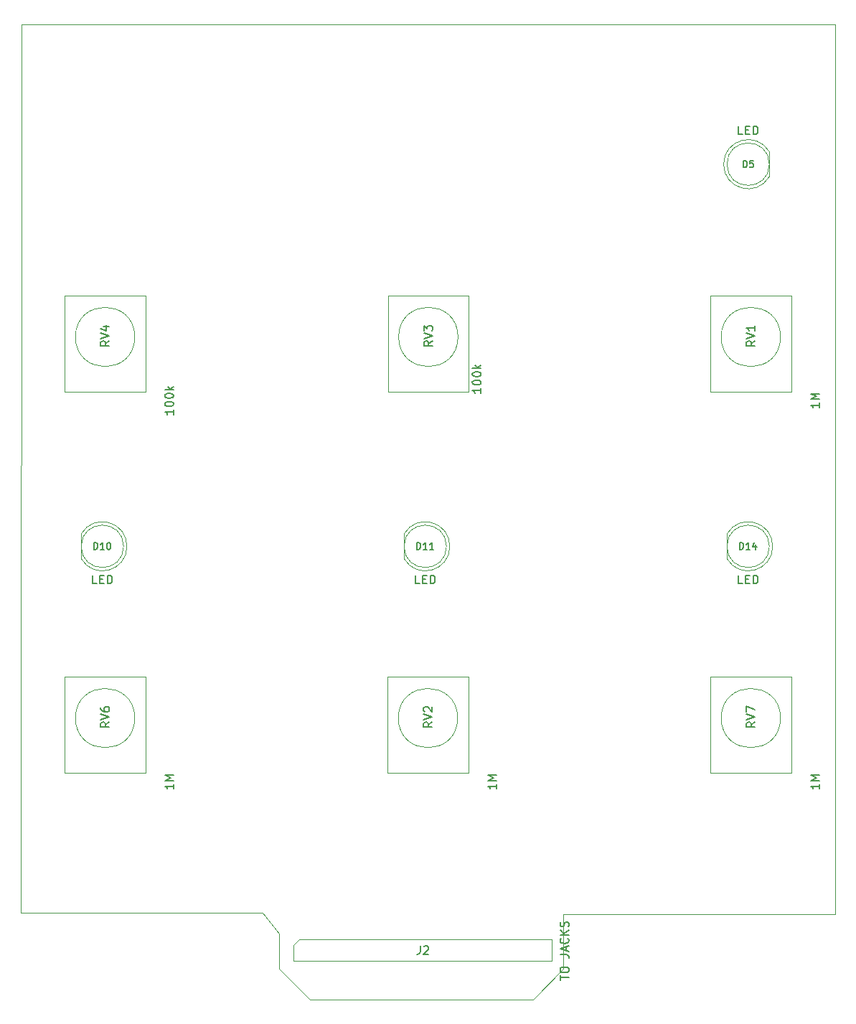
<source format=gbr>
%TF.GenerationSoftware,KiCad,Pcbnew,(5.1.9)-1*%
%TF.CreationDate,2021-09-12T20:22:20+01:00*%
%TF.ProjectId,KOSMOS LFO6,4b4f534d-4f53-4204-9c46-4f362e6b6963,rev?*%
%TF.SameCoordinates,Original*%
%TF.FileFunction,Other,Fab,Top*%
%FSLAX46Y46*%
G04 Gerber Fmt 4.6, Leading zero omitted, Abs format (unit mm)*
G04 Created by KiCad (PCBNEW (5.1.9)-1) date 2021-09-12 20:22:20*
%MOMM*%
%LPD*%
G01*
G04 APERTURE LIST*
%TA.AperFunction,Profile*%
%ADD10C,0.050000*%
%TD*%
%ADD11C,0.100000*%
%ADD12C,0.150000*%
%ADD13C,0.200000*%
G04 APERTURE END LIST*
D10*
X50368000Y-127195000D02*
X48463000Y-124782000D01*
X83896000Y-131386000D02*
X80340000Y-135000000D01*
X83896000Y-124909000D02*
X83896000Y-131386000D01*
X116027000Y-124909000D02*
X83896000Y-124909000D01*
X50368000Y-131386000D02*
X54051000Y-135000000D01*
X50368000Y-127195000D02*
X50368000Y-131386000D01*
X19888000Y-124782000D02*
X48463000Y-124782000D01*
X54051000Y-135000000D02*
X80340000Y-135000000D01*
X20000000Y-20000000D02*
X116000000Y-20000000D01*
X116000000Y-20000000D02*
X116027000Y-124909000D01*
X20000000Y-20000000D02*
X19888000Y-124782000D01*
D11*
%TO.C,RV3*%
X71500000Y-56835000D02*
G75*
G03*
X71500000Y-56835000I-3500000J0D01*
G01*
X72750000Y-63335000D02*
X63250000Y-63335000D01*
X72750000Y-51985000D02*
X63250000Y-51985000D01*
X63250000Y-63335000D02*
X63250000Y-51985000D01*
X72750000Y-63335000D02*
X72750000Y-51985000D01*
%TO.C,RV4*%
X33360000Y-56835000D02*
G75*
G03*
X33360000Y-56835000I-3500000J0D01*
G01*
X34610000Y-63335000D02*
X25110000Y-63335000D01*
X34610000Y-51985000D02*
X25110000Y-51985000D01*
X25110000Y-63335000D02*
X25110000Y-51985000D01*
X34610000Y-63335000D02*
X34610000Y-51985000D01*
%TO.C,D5*%
X108240000Y-36455000D02*
G75*
G03*
X108240000Y-36455000I-2500000J0D01*
G01*
X108240000Y-37924694D02*
X108240000Y-34985306D01*
X108240016Y-34985334D02*
G75*
G03*
X108240000Y-37924694I-2500016J-1469666D01*
G01*
%TO.C,D10*%
X27040000Y-80070306D02*
X27040000Y-83009694D01*
X32040000Y-81540000D02*
G75*
G03*
X32040000Y-81540000I-2500000J0D01*
G01*
X27039984Y-83009666D02*
G75*
G03*
X27040000Y-80070306I2500016J1469666D01*
G01*
%TO.C,D11*%
X70140000Y-81540000D02*
G75*
G03*
X70140000Y-81540000I-2500000J0D01*
G01*
X65140000Y-80070306D02*
X65140000Y-83009694D01*
X65139984Y-83009666D02*
G75*
G03*
X65140000Y-80070306I2500016J1469666D01*
G01*
%TO.C,D14*%
X103240000Y-80070306D02*
X103240000Y-83009694D01*
X108240000Y-81540000D02*
G75*
G03*
X108240000Y-81540000I-2500000J0D01*
G01*
X103239984Y-83009666D02*
G75*
G03*
X103240000Y-80070306I2500016J1469666D01*
G01*
%TO.C,J2*%
X82605000Y-130490000D02*
X52125000Y-130490000D01*
X82605000Y-127950000D02*
X82605000Y-130490000D01*
X52760000Y-127950000D02*
X82605000Y-127950000D01*
X52125000Y-128585000D02*
X52760000Y-127950000D01*
X52125000Y-130490000D02*
X52125000Y-128585000D01*
%TO.C,RV1*%
X109560000Y-56835000D02*
G75*
G03*
X109560000Y-56835000I-3500000J0D01*
G01*
X110810000Y-63335000D02*
X101310000Y-63335000D01*
X110810000Y-51985000D02*
X101310000Y-51985000D01*
X101310000Y-63335000D02*
X101310000Y-51985000D01*
X110810000Y-63335000D02*
X110810000Y-51985000D01*
%TO.C,RV2*%
X71460000Y-101805000D02*
G75*
G03*
X71460000Y-101805000I-3500000J0D01*
G01*
X72710000Y-108305000D02*
X63210000Y-108305000D01*
X72710000Y-96955000D02*
X63210000Y-96955000D01*
X63210000Y-108305000D02*
X63210000Y-96955000D01*
X72710000Y-108305000D02*
X72710000Y-96955000D01*
%TO.C,RV6*%
X34610000Y-108305000D02*
X34610000Y-96955000D01*
X25110000Y-108305000D02*
X25110000Y-96955000D01*
X34610000Y-96955000D02*
X25110000Y-96955000D01*
X34610000Y-108305000D02*
X25110000Y-108305000D01*
X33360000Y-101805000D02*
G75*
G03*
X33360000Y-101805000I-3500000J0D01*
G01*
%TO.C,RV7*%
X110810000Y-108305000D02*
X110810000Y-96955000D01*
X101310000Y-108305000D02*
X101310000Y-96955000D01*
X110810000Y-96955000D02*
X101310000Y-96955000D01*
X110810000Y-108305000D02*
X101310000Y-108305000D01*
X109560000Y-101805000D02*
G75*
G03*
X109560000Y-101805000I-3500000J0D01*
G01*
%TD*%
%TO.C,RV3*%
D12*
X74207380Y-62866428D02*
X74207380Y-63437857D01*
X74207380Y-63152142D02*
X73207380Y-63152142D01*
X73350238Y-63247380D01*
X73445476Y-63342619D01*
X73493095Y-63437857D01*
X73207380Y-62247380D02*
X73207380Y-62152142D01*
X73255000Y-62056904D01*
X73302619Y-62009285D01*
X73397857Y-61961666D01*
X73588333Y-61914047D01*
X73826428Y-61914047D01*
X74016904Y-61961666D01*
X74112142Y-62009285D01*
X74159761Y-62056904D01*
X74207380Y-62152142D01*
X74207380Y-62247380D01*
X74159761Y-62342619D01*
X74112142Y-62390238D01*
X74016904Y-62437857D01*
X73826428Y-62485476D01*
X73588333Y-62485476D01*
X73397857Y-62437857D01*
X73302619Y-62390238D01*
X73255000Y-62342619D01*
X73207380Y-62247380D01*
X73207380Y-61295000D02*
X73207380Y-61199761D01*
X73255000Y-61104523D01*
X73302619Y-61056904D01*
X73397857Y-61009285D01*
X73588333Y-60961666D01*
X73826428Y-60961666D01*
X74016904Y-61009285D01*
X74112142Y-61056904D01*
X74159761Y-61104523D01*
X74207380Y-61199761D01*
X74207380Y-61295000D01*
X74159761Y-61390238D01*
X74112142Y-61437857D01*
X74016904Y-61485476D01*
X73826428Y-61533095D01*
X73588333Y-61533095D01*
X73397857Y-61485476D01*
X73302619Y-61437857D01*
X73255000Y-61390238D01*
X73207380Y-61295000D01*
X74207380Y-60533095D02*
X73207380Y-60533095D01*
X73826428Y-60437857D02*
X74207380Y-60152142D01*
X73540714Y-60152142D02*
X73921666Y-60533095D01*
X68492380Y-57310238D02*
X68016190Y-57643571D01*
X68492380Y-57881666D02*
X67492380Y-57881666D01*
X67492380Y-57500714D01*
X67540000Y-57405476D01*
X67587619Y-57357857D01*
X67682857Y-57310238D01*
X67825714Y-57310238D01*
X67920952Y-57357857D01*
X67968571Y-57405476D01*
X68016190Y-57500714D01*
X68016190Y-57881666D01*
X67492380Y-57024523D02*
X68492380Y-56691190D01*
X67492380Y-56357857D01*
X67492380Y-56119761D02*
X67492380Y-55500714D01*
X67873333Y-55834047D01*
X67873333Y-55691190D01*
X67920952Y-55595952D01*
X67968571Y-55548333D01*
X68063809Y-55500714D01*
X68301904Y-55500714D01*
X68397142Y-55548333D01*
X68444761Y-55595952D01*
X68492380Y-55691190D01*
X68492380Y-55976904D01*
X68444761Y-56072142D01*
X68397142Y-56119761D01*
%TO.C,RV4*%
X37922380Y-65406428D02*
X37922380Y-65977857D01*
X37922380Y-65692142D02*
X36922380Y-65692142D01*
X37065238Y-65787380D01*
X37160476Y-65882619D01*
X37208095Y-65977857D01*
X36922380Y-64787380D02*
X36922380Y-64692142D01*
X36970000Y-64596904D01*
X37017619Y-64549285D01*
X37112857Y-64501666D01*
X37303333Y-64454047D01*
X37541428Y-64454047D01*
X37731904Y-64501666D01*
X37827142Y-64549285D01*
X37874761Y-64596904D01*
X37922380Y-64692142D01*
X37922380Y-64787380D01*
X37874761Y-64882619D01*
X37827142Y-64930238D01*
X37731904Y-64977857D01*
X37541428Y-65025476D01*
X37303333Y-65025476D01*
X37112857Y-64977857D01*
X37017619Y-64930238D01*
X36970000Y-64882619D01*
X36922380Y-64787380D01*
X36922380Y-63835000D02*
X36922380Y-63739761D01*
X36970000Y-63644523D01*
X37017619Y-63596904D01*
X37112857Y-63549285D01*
X37303333Y-63501666D01*
X37541428Y-63501666D01*
X37731904Y-63549285D01*
X37827142Y-63596904D01*
X37874761Y-63644523D01*
X37922380Y-63739761D01*
X37922380Y-63835000D01*
X37874761Y-63930238D01*
X37827142Y-63977857D01*
X37731904Y-64025476D01*
X37541428Y-64073095D01*
X37303333Y-64073095D01*
X37112857Y-64025476D01*
X37017619Y-63977857D01*
X36970000Y-63930238D01*
X36922380Y-63835000D01*
X37922380Y-63073095D02*
X36922380Y-63073095D01*
X37541428Y-62977857D02*
X37922380Y-62692142D01*
X37255714Y-62692142D02*
X37636666Y-63073095D01*
X30352380Y-57310238D02*
X29876190Y-57643571D01*
X30352380Y-57881666D02*
X29352380Y-57881666D01*
X29352380Y-57500714D01*
X29400000Y-57405476D01*
X29447619Y-57357857D01*
X29542857Y-57310238D01*
X29685714Y-57310238D01*
X29780952Y-57357857D01*
X29828571Y-57405476D01*
X29876190Y-57500714D01*
X29876190Y-57881666D01*
X29352380Y-57024523D02*
X30352380Y-56691190D01*
X29352380Y-56357857D01*
X29685714Y-55595952D02*
X30352380Y-55595952D01*
X29304761Y-55834047D02*
X30019047Y-56072142D01*
X30019047Y-55453095D01*
%TO.C,D5*%
X105097142Y-32947380D02*
X104620952Y-32947380D01*
X104620952Y-31947380D01*
X105430476Y-32423571D02*
X105763809Y-32423571D01*
X105906666Y-32947380D02*
X105430476Y-32947380D01*
X105430476Y-31947380D01*
X105906666Y-31947380D01*
X106335238Y-32947380D02*
X106335238Y-31947380D01*
X106573333Y-31947380D01*
X106716190Y-31995000D01*
X106811428Y-32090238D01*
X106859047Y-32185476D01*
X106906666Y-32375952D01*
X106906666Y-32518809D01*
X106859047Y-32709285D01*
X106811428Y-32804523D01*
X106716190Y-32899761D01*
X106573333Y-32947380D01*
X106335238Y-32947380D01*
D13*
X105169523Y-36816904D02*
X105169523Y-36016904D01*
X105360000Y-36016904D01*
X105474285Y-36055000D01*
X105550476Y-36131190D01*
X105588571Y-36207380D01*
X105626666Y-36359761D01*
X105626666Y-36474047D01*
X105588571Y-36626428D01*
X105550476Y-36702619D01*
X105474285Y-36778809D01*
X105360000Y-36816904D01*
X105169523Y-36816904D01*
X106350476Y-36016904D02*
X105969523Y-36016904D01*
X105931428Y-36397857D01*
X105969523Y-36359761D01*
X106045714Y-36321666D01*
X106236190Y-36321666D01*
X106312380Y-36359761D01*
X106350476Y-36397857D01*
X106388571Y-36474047D01*
X106388571Y-36664523D01*
X106350476Y-36740714D01*
X106312380Y-36778809D01*
X106236190Y-36816904D01*
X106045714Y-36816904D01*
X105969523Y-36778809D01*
X105931428Y-36740714D01*
%TO.C,D10*%
D12*
X28897142Y-85952380D02*
X28420952Y-85952380D01*
X28420952Y-84952380D01*
X29230476Y-85428571D02*
X29563809Y-85428571D01*
X29706666Y-85952380D02*
X29230476Y-85952380D01*
X29230476Y-84952380D01*
X29706666Y-84952380D01*
X30135238Y-85952380D02*
X30135238Y-84952380D01*
X30373333Y-84952380D01*
X30516190Y-85000000D01*
X30611428Y-85095238D01*
X30659047Y-85190476D01*
X30706666Y-85380952D01*
X30706666Y-85523809D01*
X30659047Y-85714285D01*
X30611428Y-85809523D01*
X30516190Y-85904761D01*
X30373333Y-85952380D01*
X30135238Y-85952380D01*
D13*
X28548571Y-81901904D02*
X28548571Y-81101904D01*
X28739047Y-81101904D01*
X28853333Y-81140000D01*
X28929523Y-81216190D01*
X28967619Y-81292380D01*
X29005714Y-81444761D01*
X29005714Y-81559047D01*
X28967619Y-81711428D01*
X28929523Y-81787619D01*
X28853333Y-81863809D01*
X28739047Y-81901904D01*
X28548571Y-81901904D01*
X29767619Y-81901904D02*
X29310476Y-81901904D01*
X29539047Y-81901904D02*
X29539047Y-81101904D01*
X29462857Y-81216190D01*
X29386666Y-81292380D01*
X29310476Y-81330476D01*
X30262857Y-81101904D02*
X30339047Y-81101904D01*
X30415238Y-81140000D01*
X30453333Y-81178095D01*
X30491428Y-81254285D01*
X30529523Y-81406666D01*
X30529523Y-81597142D01*
X30491428Y-81749523D01*
X30453333Y-81825714D01*
X30415238Y-81863809D01*
X30339047Y-81901904D01*
X30262857Y-81901904D01*
X30186666Y-81863809D01*
X30148571Y-81825714D01*
X30110476Y-81749523D01*
X30072380Y-81597142D01*
X30072380Y-81406666D01*
X30110476Y-81254285D01*
X30148571Y-81178095D01*
X30186666Y-81140000D01*
X30262857Y-81101904D01*
%TO.C,D11*%
D12*
X66997142Y-85952380D02*
X66520952Y-85952380D01*
X66520952Y-84952380D01*
X67330476Y-85428571D02*
X67663809Y-85428571D01*
X67806666Y-85952380D02*
X67330476Y-85952380D01*
X67330476Y-84952380D01*
X67806666Y-84952380D01*
X68235238Y-85952380D02*
X68235238Y-84952380D01*
X68473333Y-84952380D01*
X68616190Y-85000000D01*
X68711428Y-85095238D01*
X68759047Y-85190476D01*
X68806666Y-85380952D01*
X68806666Y-85523809D01*
X68759047Y-85714285D01*
X68711428Y-85809523D01*
X68616190Y-85904761D01*
X68473333Y-85952380D01*
X68235238Y-85952380D01*
D13*
X66648571Y-81901904D02*
X66648571Y-81101904D01*
X66839047Y-81101904D01*
X66953333Y-81140000D01*
X67029523Y-81216190D01*
X67067619Y-81292380D01*
X67105714Y-81444761D01*
X67105714Y-81559047D01*
X67067619Y-81711428D01*
X67029523Y-81787619D01*
X66953333Y-81863809D01*
X66839047Y-81901904D01*
X66648571Y-81901904D01*
X67867619Y-81901904D02*
X67410476Y-81901904D01*
X67639047Y-81901904D02*
X67639047Y-81101904D01*
X67562857Y-81216190D01*
X67486666Y-81292380D01*
X67410476Y-81330476D01*
X68629523Y-81901904D02*
X68172380Y-81901904D01*
X68400952Y-81901904D02*
X68400952Y-81101904D01*
X68324761Y-81216190D01*
X68248571Y-81292380D01*
X68172380Y-81330476D01*
%TO.C,D14*%
D12*
X105097142Y-85952380D02*
X104620952Y-85952380D01*
X104620952Y-84952380D01*
X105430476Y-85428571D02*
X105763809Y-85428571D01*
X105906666Y-85952380D02*
X105430476Y-85952380D01*
X105430476Y-84952380D01*
X105906666Y-84952380D01*
X106335238Y-85952380D02*
X106335238Y-84952380D01*
X106573333Y-84952380D01*
X106716190Y-85000000D01*
X106811428Y-85095238D01*
X106859047Y-85190476D01*
X106906666Y-85380952D01*
X106906666Y-85523809D01*
X106859047Y-85714285D01*
X106811428Y-85809523D01*
X106716190Y-85904761D01*
X106573333Y-85952380D01*
X106335238Y-85952380D01*
D13*
X104748571Y-81901904D02*
X104748571Y-81101904D01*
X104939047Y-81101904D01*
X105053333Y-81140000D01*
X105129523Y-81216190D01*
X105167619Y-81292380D01*
X105205714Y-81444761D01*
X105205714Y-81559047D01*
X105167619Y-81711428D01*
X105129523Y-81787619D01*
X105053333Y-81863809D01*
X104939047Y-81901904D01*
X104748571Y-81901904D01*
X105967619Y-81901904D02*
X105510476Y-81901904D01*
X105739047Y-81901904D02*
X105739047Y-81101904D01*
X105662857Y-81216190D01*
X105586666Y-81292380D01*
X105510476Y-81330476D01*
X106653333Y-81368571D02*
X106653333Y-81901904D01*
X106462857Y-81063809D02*
X106272380Y-81635238D01*
X106767619Y-81635238D01*
%TO.C,J2*%
D12*
X83557380Y-132696190D02*
X83557380Y-132124761D01*
X84557380Y-132410476D02*
X83557380Y-132410476D01*
X83557380Y-131600952D02*
X83557380Y-131410476D01*
X83605000Y-131315238D01*
X83700238Y-131220000D01*
X83890714Y-131172380D01*
X84224047Y-131172380D01*
X84414523Y-131220000D01*
X84509761Y-131315238D01*
X84557380Y-131410476D01*
X84557380Y-131600952D01*
X84509761Y-131696190D01*
X84414523Y-131791428D01*
X84224047Y-131839047D01*
X83890714Y-131839047D01*
X83700238Y-131791428D01*
X83605000Y-131696190D01*
X83557380Y-131600952D01*
X83557380Y-129696190D02*
X84271666Y-129696190D01*
X84414523Y-129743809D01*
X84509761Y-129839047D01*
X84557380Y-129981904D01*
X84557380Y-130077142D01*
X84271666Y-129267619D02*
X84271666Y-128791428D01*
X84557380Y-129362857D02*
X83557380Y-129029523D01*
X84557380Y-128696190D01*
X84462142Y-127791428D02*
X84509761Y-127839047D01*
X84557380Y-127981904D01*
X84557380Y-128077142D01*
X84509761Y-128220000D01*
X84414523Y-128315238D01*
X84319285Y-128362857D01*
X84128809Y-128410476D01*
X83985952Y-128410476D01*
X83795476Y-128362857D01*
X83700238Y-128315238D01*
X83605000Y-128220000D01*
X83557380Y-128077142D01*
X83557380Y-127981904D01*
X83605000Y-127839047D01*
X83652619Y-127791428D01*
X84557380Y-127362857D02*
X83557380Y-127362857D01*
X84557380Y-126791428D02*
X83985952Y-127220000D01*
X83557380Y-126791428D02*
X84128809Y-127362857D01*
X84509761Y-126410476D02*
X84557380Y-126267619D01*
X84557380Y-126029523D01*
X84509761Y-125934285D01*
X84462142Y-125886666D01*
X84366904Y-125839047D01*
X84271666Y-125839047D01*
X84176428Y-125886666D01*
X84128809Y-125934285D01*
X84081190Y-126029523D01*
X84033571Y-126220000D01*
X83985952Y-126315238D01*
X83938333Y-126362857D01*
X83843095Y-126410476D01*
X83747857Y-126410476D01*
X83652619Y-126362857D01*
X83605000Y-126315238D01*
X83557380Y-126220000D01*
X83557380Y-125981904D01*
X83605000Y-125839047D01*
X67031666Y-128672380D02*
X67031666Y-129386666D01*
X66984047Y-129529523D01*
X66888809Y-129624761D01*
X66745952Y-129672380D01*
X66650714Y-129672380D01*
X67460238Y-128767619D02*
X67507857Y-128720000D01*
X67603095Y-128672380D01*
X67841190Y-128672380D01*
X67936428Y-128720000D01*
X67984047Y-128767619D01*
X68031666Y-128862857D01*
X68031666Y-128958095D01*
X67984047Y-129100952D01*
X67412619Y-129672380D01*
X68031666Y-129672380D01*
%TO.C,RV1*%
X114122380Y-64620714D02*
X114122380Y-65192142D01*
X114122380Y-64906428D02*
X113122380Y-64906428D01*
X113265238Y-65001666D01*
X113360476Y-65096904D01*
X113408095Y-65192142D01*
X114122380Y-64192142D02*
X113122380Y-64192142D01*
X113836666Y-63858809D01*
X113122380Y-63525476D01*
X114122380Y-63525476D01*
X106552380Y-57310238D02*
X106076190Y-57643571D01*
X106552380Y-57881666D02*
X105552380Y-57881666D01*
X105552380Y-57500714D01*
X105600000Y-57405476D01*
X105647619Y-57357857D01*
X105742857Y-57310238D01*
X105885714Y-57310238D01*
X105980952Y-57357857D01*
X106028571Y-57405476D01*
X106076190Y-57500714D01*
X106076190Y-57881666D01*
X105552380Y-57024523D02*
X106552380Y-56691190D01*
X105552380Y-56357857D01*
X106552380Y-55500714D02*
X106552380Y-56072142D01*
X106552380Y-55786428D02*
X105552380Y-55786428D01*
X105695238Y-55881666D01*
X105790476Y-55976904D01*
X105838095Y-56072142D01*
%TO.C,RV2*%
X76022380Y-109590714D02*
X76022380Y-110162142D01*
X76022380Y-109876428D02*
X75022380Y-109876428D01*
X75165238Y-109971666D01*
X75260476Y-110066904D01*
X75308095Y-110162142D01*
X76022380Y-109162142D02*
X75022380Y-109162142D01*
X75736666Y-108828809D01*
X75022380Y-108495476D01*
X76022380Y-108495476D01*
X68452380Y-102280238D02*
X67976190Y-102613571D01*
X68452380Y-102851666D02*
X67452380Y-102851666D01*
X67452380Y-102470714D01*
X67500000Y-102375476D01*
X67547619Y-102327857D01*
X67642857Y-102280238D01*
X67785714Y-102280238D01*
X67880952Y-102327857D01*
X67928571Y-102375476D01*
X67976190Y-102470714D01*
X67976190Y-102851666D01*
X67452380Y-101994523D02*
X68452380Y-101661190D01*
X67452380Y-101327857D01*
X67547619Y-101042142D02*
X67500000Y-100994523D01*
X67452380Y-100899285D01*
X67452380Y-100661190D01*
X67500000Y-100565952D01*
X67547619Y-100518333D01*
X67642857Y-100470714D01*
X67738095Y-100470714D01*
X67880952Y-100518333D01*
X68452380Y-101089761D01*
X68452380Y-100470714D01*
%TO.C,RV6*%
X37922380Y-109590714D02*
X37922380Y-110162142D01*
X37922380Y-109876428D02*
X36922380Y-109876428D01*
X37065238Y-109971666D01*
X37160476Y-110066904D01*
X37208095Y-110162142D01*
X37922380Y-109162142D02*
X36922380Y-109162142D01*
X37636666Y-108828809D01*
X36922380Y-108495476D01*
X37922380Y-108495476D01*
X30352380Y-102280238D02*
X29876190Y-102613571D01*
X30352380Y-102851666D02*
X29352380Y-102851666D01*
X29352380Y-102470714D01*
X29400000Y-102375476D01*
X29447619Y-102327857D01*
X29542857Y-102280238D01*
X29685714Y-102280238D01*
X29780952Y-102327857D01*
X29828571Y-102375476D01*
X29876190Y-102470714D01*
X29876190Y-102851666D01*
X29352380Y-101994523D02*
X30352380Y-101661190D01*
X29352380Y-101327857D01*
X29352380Y-100565952D02*
X29352380Y-100756428D01*
X29400000Y-100851666D01*
X29447619Y-100899285D01*
X29590476Y-100994523D01*
X29780952Y-101042142D01*
X30161904Y-101042142D01*
X30257142Y-100994523D01*
X30304761Y-100946904D01*
X30352380Y-100851666D01*
X30352380Y-100661190D01*
X30304761Y-100565952D01*
X30257142Y-100518333D01*
X30161904Y-100470714D01*
X29923809Y-100470714D01*
X29828571Y-100518333D01*
X29780952Y-100565952D01*
X29733333Y-100661190D01*
X29733333Y-100851666D01*
X29780952Y-100946904D01*
X29828571Y-100994523D01*
X29923809Y-101042142D01*
%TO.C,RV7*%
X114122380Y-109590714D02*
X114122380Y-110162142D01*
X114122380Y-109876428D02*
X113122380Y-109876428D01*
X113265238Y-109971666D01*
X113360476Y-110066904D01*
X113408095Y-110162142D01*
X114122380Y-109162142D02*
X113122380Y-109162142D01*
X113836666Y-108828809D01*
X113122380Y-108495476D01*
X114122380Y-108495476D01*
X106552380Y-102280238D02*
X106076190Y-102613571D01*
X106552380Y-102851666D02*
X105552380Y-102851666D01*
X105552380Y-102470714D01*
X105600000Y-102375476D01*
X105647619Y-102327857D01*
X105742857Y-102280238D01*
X105885714Y-102280238D01*
X105980952Y-102327857D01*
X106028571Y-102375476D01*
X106076190Y-102470714D01*
X106076190Y-102851666D01*
X105552380Y-101994523D02*
X106552380Y-101661190D01*
X105552380Y-101327857D01*
X105552380Y-101089761D02*
X105552380Y-100423095D01*
X106552380Y-100851666D01*
%TD*%
M02*

</source>
